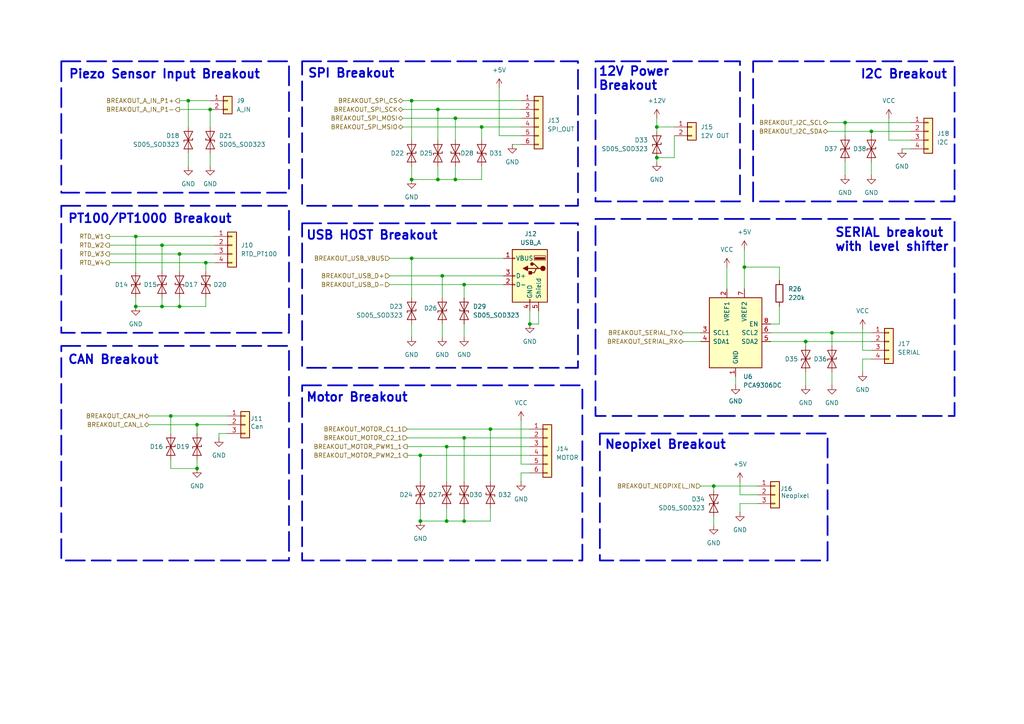
<source format=kicad_sch>
(kicad_sch (version 20231120) (generator "eeschema") (generator_version "8.0")
  (paper "A4")
  (lib_symbols
    (symbol "Connector:USB_A" (pin_names (offset 1.016))
      (property "Reference" "J" (at -5.08 11.43 0))
      (property "Value" "USB_A" (at -5.08 8.89 0))
      (symbol "USB_A_0_1"
        (rectangle (start -5.08 -7.62) (end 5.08 7.62) (stroke (width 0.254)) (fill (type background)))
        (circle (center -3.81 2.159) (radius 0.635) (stroke (width 0.254)) (fill (type outline)))
        (rectangle (start -1.524 4.826) (end -4.318 5.334) (fill (type outline)))
        (rectangle (start -1.27 4.572) (end -4.572 5.842))
        (circle (center -0.635 3.429) (radius 0.381) (stroke (width 0.254)) (fill (type outline)))
        (rectangle (start -0.127 -7.62) (end 0.127 -6.858))
        (polyline (pts (xy -3.175 2.159) (xy -2.54 2.159) (xy -1.27 3.429) (xy -0.635 3.429)) (stroke (width 0.254)))
        (polyline (pts (xy -2.54 2.159) (xy -1.905 2.159) (xy -1.27 0.889) (xy 0 0.889)) (stroke (width 0.254)))
        (polyline (pts (xy 0.635 2.794) (xy 0.635 1.524) (xy 1.905 2.159) (xy 0.635 2.794)) (stroke (width 0.254)) (fill (type outline)))
        (rectangle (start 0.254 1.27) (end -0.508 0.508) (stroke (width 0.254)) (fill (type outline)))
        (rectangle (start 5.08 -2.667) (end 4.318 -2.413))
        (rectangle (start 5.08 -0.127) (end 4.318 0.127))
        (rectangle (start 5.08 4.953) (end 4.318 5.207))
      )
      (symbol "USB_A_1_1"
        (polyline (pts (xy -1.905 2.159) (xy 0.635 2.159)) (stroke (width 0.254)))
        (pin power_in line (at 7.62 5.08 180) (length 2.54) (name "VBUS") (number "1"))
        (pin bidirectional line (at 7.62 -2.54 180) (length 2.54) (name "D-") (number "2"))
        (pin bidirectional line (at 7.62 0 180) (length 2.54) (name "D+") (number "3"))
        (pin power_in line (at 0 -10.16 90) (length 2.54) (name "GND") (number "4"))
        (pin passive line (at -2.54 -10.16 90) (length 2.54) (name "Shield") (number "5"))
      )
    )
    (symbol "Connector_Generic:Conn_01x02" (pin_names (offset 1.016) hide)
      (property "Reference" "J" (at 0 2.54 0))
      (property "Value" "Conn_01x02" (at 0 -5.08 0))
      (symbol "Conn_01x02_1_1"
        (rectangle (start -1.27 -2.413) (end 0 -2.667) (stroke (width 0.1524)))
        (rectangle (start -1.27 0.127) (end 0 -0.127) (stroke (width 0.1524)))
        (rectangle (start -1.27 1.27) (end 1.27 -3.81) (stroke (width 0.254)) (fill (type background)))
        (pin passive line (at -5.08 0 0) (length 3.81) (name "Pin_1") (number "1"))
        (pin passive line (at -5.08 -2.54 0) (length 3.81) (name "Pin_2") (number "2"))
      )
    )
    (symbol "Connector_Generic:Conn_01x03" (pin_names (offset 1.016) hide)
      (property "Reference" "J" (at 0 5.08 0))
      (property "Value" "Conn_01x03" (at 0 -5.08 0))
      (symbol "Conn_01x03_1_1"
        (rectangle (start -1.27 -2.413) (end 0 -2.667) (stroke (width 0.1524)))
        (rectangle (start -1.27 0.127) (end 0 -0.127) (stroke (width 0.1524)))
        (rectangle (start -1.27 2.667) (end 0 2.413) (stroke (width 0.1524)))
        (rectangle (start -1.27 3.81) (end 1.27 -3.81) (stroke (width 0.254)) (fill (type background)))
        (pin passive line (at -5.08 2.54 0) (length 3.81) (name "Pin_1") (number "1"))
        (pin passive line (at -5.08 0 0) (length 3.81) (name "Pin_2") (number "2"))
        (pin passive line (at -5.08 -2.54 0) (length 3.81) (name "Pin_3") (number "3"))
      )
    )
    (symbol "Connector_Generic:Conn_01x04" (pin_names (offset 1.016) hide)
      (property "Reference" "J" (at 0 5.08 0))
      (property "Value" "Conn_01x04" (at 0 -7.62 0))
      (symbol "Conn_01x04_1_1"
        (rectangle (start -1.27 -4.953) (end 0 -5.207) (stroke (width 0.1524)))
        (rectangle (start -1.27 -2.413) (end 0 -2.667) (stroke (width 0.1524)))
        (rectangle (start -1.27 0.127) (end 0 -0.127) (stroke (width 0.1524)))
        (rectangle (start -1.27 2.667) (end 0 2.413) (stroke (width 0.1524)))
        (rectangle (start -1.27 3.81) (end 1.27 -6.35) (stroke (width 0.254)) (fill (type background)))
        (pin passive line (at -5.08 2.54 0) (length 3.81) (name "Pin_1") (number "1"))
        (pin passive line (at -5.08 0 0) (length 3.81) (name "Pin_2") (number "2"))
        (pin passive line (at -5.08 -2.54 0) (length 3.81) (name "Pin_3") (number "3"))
        (pin passive line (at -5.08 -5.08 0) (length 3.81) (name "Pin_4") (number "4"))
      )
    )
    (symbol "Connector_Generic:Conn_01x06" (pin_names (offset 1.016) hide)
      (property "Reference" "J" (at 0 7.62 0))
      (property "Value" "Conn_01x06" (at 0 -10.16 0))
      (symbol "Conn_01x06_1_1"
        (rectangle (start -1.27 -7.493) (end 0 -7.747) (stroke (width 0.1524)))
        (rectangle (start -1.27 -4.953) (end 0 -5.207) (stroke (width 0.1524)))
        (rectangle (start -1.27 -2.413) (end 0 -2.667) (stroke (width 0.1524)))
        (rectangle (start -1.27 0.127) (end 0 -0.127) (stroke (width 0.1524)))
        (rectangle (start -1.27 2.667) (end 0 2.413) (stroke (width 0.1524)))
        (rectangle (start -1.27 5.207) (end 0 4.953) (stroke (width 0.1524)))
        (rectangle (start -1.27 6.35) (end 1.27 -8.89) (stroke (width 0.254)) (fill (type background)))
        (pin passive line (at -5.08 5.08 0) (length 3.81) (name "Pin_1") (number "1"))
        (pin passive line (at -5.08 2.54 0) (length 3.81) (name "Pin_2") (number "2"))
        (pin passive line (at -5.08 0 0) (length 3.81) (name "Pin_3") (number "3"))
        (pin passive line (at -5.08 -2.54 0) (length 3.81) (name "Pin_4") (number "4"))
        (pin passive line (at -5.08 -5.08 0) (length 3.81) (name "Pin_5") (number "5"))
        (pin passive line (at -5.08 -7.62 0) (length 3.81) (name "Pin_6") (number "6"))
      )
    )
    (symbol "Device:R" (pin_numbers hide) (pin_names (offset 0))
      (property "Reference" "R" (at 2.032 0 90))
      (property "Value" "R" (at 0 0 90))
      (symbol "R_0_1"
        (rectangle (start -1.016 -2.54) (end 1.016 2.54) (stroke (width 0.254)))
      )
      (symbol "R_1_1"
        (pin passive line (at 0 3.81 270) (length 1.27) (name "~") (number "1"))
        (pin passive line (at 0 -3.81 90) (length 1.27) (name "~") (number "2"))
      )
    )
    (symbol "Diode:SD05_SOD323" (pin_numbers hide) (pin_names (offset 1.016) hide)
      (property "Reference" "D" (at 0 2.54 0))
      (property "Value" "SD05_SOD323" (at 0 -2.54 0))
      (symbol "SD05_SOD323_0_1"
        (polyline (pts (xy 1.27 0) (xy -1.27 0)))
        (polyline (pts (xy -2.54 -1.27) (xy 0 0) (xy -2.54 1.27) (xy -2.54 -1.27)) (stroke (width 0.2032)))
        (polyline (pts (xy 0.508 1.27) (xy 0 1.27) (xy 0 -1.27) (xy -0.508 -1.27)) (stroke (width 0.2032)))
        (polyline (pts (xy 2.54 1.27) (xy 2.54 -1.27) (xy 0 0) (xy 2.54 1.27)) (stroke (width 0.2032)))
      )
      (symbol "SD05_SOD323_1_1"
        (pin passive line (at -3.81 0 0) (length 2.54) (name "A1") (number "1"))
        (pin passive line (at 3.81 0 180) (length 2.54) (name "A2") (number "2"))
      )
    )
    (symbol "Interface:PCA9306DC" (pin_names (offset 1.016))
      (property "Reference" "U" (at -7.62 11.43 0))
      (property "Value" "PCA9306DC" (at 3.81 11.43 0))
      (symbol "PCA9306DC_0_1"
        (rectangle (start -7.62 10.16) (end 7.62 -10.16) (stroke (width 0.254)) (fill (type background)))
      )
      (symbol "PCA9306DC_1_1"
        (pin power_in line (at 0 -12.7 90) (length 2.54) (name "GND") (number "1"))
        (pin power_in line (at -2.54 12.7 270) (length 2.54) (name "VREF1") (number "2"))
        (pin bidirectional line (at -10.16 0 0) (length 2.54) (name "SCL1") (number "3"))
        (pin bidirectional line (at -10.16 -2.54 0) (length 2.54) (name "SDA1") (number "4"))
        (pin bidirectional line (at 10.16 -2.54 180) (length 2.54) (name "SDA2") (number "5"))
        (pin bidirectional line (at 10.16 0 180) (length 2.54) (name "SCL2") (number "6"))
        (pin power_in line (at 2.54 12.7 270) (length 2.54) (name "VREF2") (number "7"))
        (pin input line (at 10.16 2.54 180) (length 2.54) (name "EN") (number "8"))
      )
    )
    (symbol "power:+12V" (power) (pin_numbers hide) (pin_names (offset 0) hide)
      (property "Value" "+12V" (at 0 3.556 0))
      (symbol "+12V_0_1"
        (polyline (pts (xy -0.762 1.27) (xy 0 2.54)))
        (polyline (pts (xy 0 0) (xy 0 2.54)))
        (polyline (pts (xy 0 2.54) (xy 0.762 1.27)))
      )
      (symbol "+12V_1_1"
        (pin power_in line (at 0 0 90) (length 0) (name "~") (number "1"))
      )
    )
    (symbol "power:+5V" (power) (pin_numbers hide) (pin_names (offset 0) hide)
      (property "Value" "+5V" (at 0 3.556 0))
      (symbol "+5V_0_1"
        (polyline (pts (xy -0.762 1.27) (xy 0 2.54)))
        (polyline (pts (xy 0 0) (xy 0 2.54)))
        (polyline (pts (xy 0 2.54) (xy 0.762 1.27)))
      )
      (symbol "+5V_1_1"
        (pin power_in line (at 0 0 90) (length 0) (name "~") (number "1"))
      )
    )
    (symbol "power:GND" (power) (pin_numbers hide) (pin_names (offset 0) hide)
      (property "Value" "GND" (at 0 -3.81 0))
      (symbol "GND_0_1"
        (polyline (pts (xy 0 0) (xy 0 -1.27) (xy 1.27 -1.27) (xy 0 -2.54) (xy -1.27 -1.27) (xy 0 -1.27)))
      )
      (symbol "GND_1_1"
        (pin power_in line (at 0 0 270) (length 0) (name "~") (number "1"))
      )
    )
    (symbol "power:VCC" (power) (pin_numbers hide) (pin_names (offset 0) hide)
      (property "Value" "VCC" (at 0 3.556 0))
      (symbol "VCC_0_1"
        (polyline (pts (xy -0.762 1.27) (xy 0 2.54)))
        (polyline (pts (xy 0 0) (xy 0 2.54)))
        (polyline (pts (xy 0 2.54) (xy 0.762 1.27)))
      )
      (symbol "VCC_1_1"
        (pin power_in line (at 0 0 90) (length 0) (name "~") (number "1"))
      )
    )
  )
  (junction (at 190.5 36.83))
  (junction (at 128.27 80.01))
  (junction (at 215.9 77.47))
  (junction (at 132.08 52.07))
  (junction (at 60.96 31.75))
  (junction (at 39.37 68.58))
  (junction (at 207.01 140.97))
  (junction (at 52.07 88.9))
  (junction (at 59.69 76.2))
  (junction (at 190.5 45.72))
  (junction (at 134.62 127))
  (junction (at 54.61 29.21))
  (junction (at 57.15 135.89))
  (junction (at 245.11 35.56))
  (junction (at 127 52.07))
  (junction (at 121.92 151.13))
  (junction (at 139.7 36.83))
  (junction (at 153.67 93.98))
  (junction (at 129.54 129.54))
  (junction (at 121.92 132.08))
  (junction (at 252.73 38.1))
  (junction (at 39.37 88.9))
  (junction (at 46.99 71.12))
  (junction (at 129.54 151.13))
  (junction (at 119.38 29.21))
  (junction (at 142.24 124.46))
  (junction (at 119.38 74.93))
  (junction (at 49.53 120.65))
  (junction (at 52.07 73.66))
  (junction (at 134.62 82.55))
  (junction (at 46.99 88.9))
  (junction (at 134.62 151.13))
  (junction (at 233.68 99.06))
  (junction (at 132.08 34.29))
  (junction (at 241.3 96.52))
  (junction (at 119.38 52.07))
  (junction (at 127 31.75))
  (junction (at 57.15 123.19))
  (wire (pts (xy 52.07 73.66) (xy 62.23 73.66)))
  (wire (pts (xy 49.53 135.89) (xy 57.15 135.89)))
  (wire (pts (xy 245.11 46.99) (xy 245.11 50.8)))
  (wire (pts (xy 151.13 137.16) (xy 151.13 139.7)))
  (wire (pts (xy 134.62 151.13) (xy 142.24 151.13)))
  (wire (pts (xy 59.69 86.36) (xy 59.69 88.9)))
  (wire (pts (xy 118.11 127) (xy 134.62 127)))
  (wire (pts (xy 119.38 29.21) (xy 151.13 29.21)))
  (wire (pts (xy 142.24 124.46) (xy 153.67 124.46)))
  (wire (pts (xy 190.5 34.29) (xy 190.5 36.83)))
  (wire (pts (xy 134.62 127) (xy 153.67 127)))
  (wire (pts (xy 142.24 147.32) (xy 142.24 151.13)))
  (wire (pts (xy 233.68 99.06) (xy 252.73 99.06)))
  (wire (pts (xy 134.62 82.55) (xy 146.05 82.55)))
  (wire (pts (xy 128.27 80.01) (xy 146.05 80.01)))
  (wire (pts (xy 132.08 48.26) (xy 132.08 52.07)))
  (wire (pts (xy 153.67 90.17) (xy 153.67 93.98)))
  (wire (pts (xy 49.53 120.65) (xy 49.53 125.73)))
  (wire (pts (xy 213.36 109.22) (xy 213.36 111.76)))
  (wire (pts (xy 144.78 39.37) (xy 151.13 39.37)))
  (wire (pts (xy 190.5 38.1) (xy 190.5 36.83)))
  (wire (pts (xy 39.37 68.58) (xy 62.23 68.58)))
  (wire (pts (xy 245.11 35.56) (xy 264.16 35.56)))
  (wire (pts (xy 207.01 140.97) (xy 207.01 142.24)))
  (wire (pts (xy 59.69 76.2) (xy 62.23 76.2)))
  (wire (pts (xy 240.03 38.1) (xy 252.73 38.1)))
  (wire (pts (xy 190.5 36.83) (xy 195.58 36.83)))
  (wire (pts (xy 119.38 74.93) (xy 146.05 74.93)))
  (wire (pts (xy 129.54 129.54) (xy 153.67 129.54)))
  (wire (pts (xy 60.96 31.75) (xy 60.96 36.83)))
  (wire (pts (xy 31.75 76.2) (xy 59.69 76.2)))
  (wire (pts (xy 241.3 96.52) (xy 241.3 100.33)))
  (wire (pts (xy 148.59 41.91) (xy 151.13 41.91)))
  (wire (pts (xy 121.92 132.08) (xy 121.92 139.7)))
  (wire (pts (xy 153.67 137.16) (xy 151.13 137.16)))
  (wire (pts (xy 57.15 123.19) (xy 66.04 123.19)))
  (wire (pts (xy 132.08 34.29) (xy 132.08 40.64)))
  (wire (pts (xy 39.37 88.9) (xy 46.99 88.9)))
  (wire (pts (xy 240.03 35.56) (xy 245.11 35.56)))
  (wire (pts (xy 153.67 134.62) (xy 151.13 134.62)))
  (wire (pts (xy 52.07 73.66) (xy 52.07 78.74)))
  (wire (pts (xy 39.37 86.36) (xy 39.37 88.9)))
  (wire (pts (xy 132.08 52.07) (xy 139.7 52.07)))
  (wire (pts (xy 156.21 93.98) (xy 153.67 93.98)))
  (wire (pts (xy 116.84 34.29) (xy 132.08 34.29)))
  (wire (pts (xy 207.01 140.97) (xy 219.71 140.97)))
  (wire (pts (xy 54.61 29.21) (xy 54.61 36.83)))
  (wire (pts (xy 118.11 129.54) (xy 129.54 129.54)))
  (wire (pts (xy 129.54 129.54) (xy 129.54 139.7)))
  (wire (pts (xy 233.68 107.95) (xy 233.68 111.76)))
  (wire (pts (xy 39.37 68.58) (xy 39.37 78.74)))
  (wire (pts (xy 210.82 83.82) (xy 210.82 77.47)))
  (wire (pts (xy 121.92 132.08) (xy 153.67 132.08)))
  (wire (pts (xy 223.52 96.52) (xy 241.3 96.52)))
  (wire (pts (xy 257.81 34.29) (xy 257.81 40.64)))
  (wire (pts (xy 63.5 125.73) (xy 63.5 127)))
  (wire (pts (xy 226.06 93.98) (xy 226.06 88.9)))
  (wire (pts (xy 119.38 29.21) (xy 119.38 40.64)))
  (wire (pts (xy 132.08 34.29) (xy 151.13 34.29)))
  (wire (pts (xy 134.62 82.55) (xy 134.62 86.36)))
  (wire (pts (xy 252.73 38.1) (xy 252.73 39.37)))
  (wire (pts (xy 46.99 88.9) (xy 52.07 88.9)))
  (wire (pts (xy 118.11 124.46) (xy 142.24 124.46)))
  (wire (pts (xy 195.58 39.37) (xy 195.58 45.72)))
  (wire (pts (xy 252.73 46.99) (xy 252.73 50.8)))
  (wire (pts (xy 245.11 35.56) (xy 245.11 39.37)))
  (wire (pts (xy 215.9 83.82) (xy 215.9 77.47)))
  (wire (pts (xy 139.7 36.83) (xy 139.7 40.64)))
  (wire (pts (xy 129.54 151.13) (xy 134.62 151.13)))
  (wire (pts (xy 43.18 123.19) (xy 57.15 123.19)))
  (wire (pts (xy 60.96 44.45) (xy 60.96 48.26)))
  (wire (pts (xy 215.9 72.39) (xy 215.9 77.47)))
  (wire (pts (xy 198.12 99.06) (xy 203.2 99.06)))
  (wire (pts (xy 128.27 80.01) (xy 128.27 86.36)))
  (wire (pts (xy 198.12 96.52) (xy 203.2 96.52)))
  (wire (pts (xy 31.75 68.58) (xy 39.37 68.58)))
  (wire (pts (xy 226.06 77.47) (xy 226.06 81.28)))
  (wire (pts (xy 134.62 127) (xy 134.62 139.7)))
  (wire (pts (xy 119.38 93.98) (xy 119.38 97.79)))
  (wire (pts (xy 257.81 40.64) (xy 264.16 40.64)))
  (wire (pts (xy 233.68 99.06) (xy 233.68 100.33)))
  (wire (pts (xy 54.61 44.45) (xy 54.61 48.26)))
  (wire (pts (xy 127 52.07) (xy 132.08 52.07)))
  (wire (pts (xy 52.07 86.36) (xy 52.07 88.9)))
  (wire (pts (xy 252.73 38.1) (xy 264.16 38.1)))
  (wire (pts (xy 119.38 48.26) (xy 119.38 52.07)))
  (wire (pts (xy 116.84 36.83) (xy 139.7 36.83)))
  (wire (pts (xy 139.7 36.83) (xy 151.13 36.83)))
  (wire (pts (xy 49.53 120.65) (xy 66.04 120.65)))
  (wire (pts (xy 214.63 143.51) (xy 219.71 143.51)))
  (wire (pts (xy 261.62 43.18) (xy 264.16 43.18)))
  (wire (pts (xy 54.61 29.21) (xy 60.96 29.21)))
  (wire (pts (xy 113.03 82.55) (xy 134.62 82.55)))
  (wire (pts (xy 43.18 120.65) (xy 49.53 120.65)))
  (wire (pts (xy 129.54 147.32) (xy 129.54 151.13)))
  (wire (pts (xy 119.38 74.93) (xy 119.38 86.36)))
  (wire (pts (xy 49.53 133.35) (xy 49.53 135.89)))
  (wire (pts (xy 252.73 104.14) (xy 250.19 104.14)))
  (wire (pts (xy 113.03 74.93) (xy 119.38 74.93)))
  (wire (pts (xy 31.75 71.12) (xy 46.99 71.12)))
  (wire (pts (xy 215.9 77.47) (xy 226.06 77.47)))
  (wire (pts (xy 52.07 31.75) (xy 60.96 31.75)))
  (wire (pts (xy 241.3 96.52) (xy 252.73 96.52)))
  (wire (pts (xy 190.5 45.72) (xy 190.5 46.99)))
  (wire (pts (xy 207.01 149.86) (xy 207.01 152.4)))
  (wire (pts (xy 127 31.75) (xy 151.13 31.75)))
  (wire (pts (xy 128.27 93.98) (xy 128.27 97.79)))
  (wire (pts (xy 46.99 86.36) (xy 46.99 88.9)))
  (wire (pts (xy 214.63 146.05) (xy 214.63 148.59)))
  (wire (pts (xy 223.52 99.06) (xy 233.68 99.06)))
  (wire (pts (xy 118.11 132.08) (xy 121.92 132.08)))
  (wire (pts (xy 59.69 76.2) (xy 59.69 78.74)))
  (wire (pts (xy 63.5 125.73) (xy 66.04 125.73)))
  (wire (pts (xy 119.38 52.07) (xy 127 52.07)))
  (wire (pts (xy 57.15 123.19) (xy 57.15 125.73)))
  (wire (pts (xy 223.52 93.98) (xy 226.06 93.98)))
  (wire (pts (xy 127 48.26) (xy 127 52.07)))
  (wire (pts (xy 250.19 95.25) (xy 250.19 101.6)))
  (wire (pts (xy 203.2 140.97) (xy 207.01 140.97)))
  (wire (pts (xy 31.75 73.66) (xy 52.07 73.66)))
  (wire (pts (xy 121.92 147.32) (xy 121.92 151.13)))
  (wire (pts (xy 144.78 25.4) (xy 144.78 39.37)))
  (wire (pts (xy 214.63 146.05) (xy 219.71 146.05)))
  (wire (pts (xy 52.07 29.21) (xy 54.61 29.21)))
  (wire (pts (xy 57.15 133.35) (xy 57.15 135.89)))
  (wire (pts (xy 134.62 147.32) (xy 134.62 151.13)))
  (wire (pts (xy 121.92 151.13) (xy 129.54 151.13)))
  (wire (pts (xy 46.99 71.12) (xy 46.99 78.74)))
  (wire (pts (xy 142.24 124.46) (xy 142.24 139.7)))
  (wire (pts (xy 250.19 104.14) (xy 250.19 107.95)))
  (wire (pts (xy 151.13 121.92) (xy 151.13 134.62)))
  (wire (pts (xy 214.63 139.7) (xy 214.63 143.51)))
  (wire (pts (xy 241.3 107.95) (xy 241.3 111.76)))
  (wire (pts (xy 116.84 29.21) (xy 119.38 29.21)))
  (wire (pts (xy 252.73 101.6) (xy 250.19 101.6)))
  (wire (pts (xy 127 31.75) (xy 127 40.64)))
  (wire (pts (xy 113.03 80.01) (xy 128.27 80.01)))
  (wire (pts (xy 52.07 88.9) (xy 59.69 88.9)))
  (wire (pts (xy 156.21 90.17) (xy 156.21 93.98)))
  (wire (pts (xy 46.99 71.12) (xy 62.23 71.12)))
  (wire (pts (xy 195.58 45.72) (xy 190.5 45.72)))
  (wire (pts (xy 139.7 48.26) (xy 139.7 52.07)))
  (wire (pts (xy 116.84 31.75) (xy 127 31.75)))
  (wire (pts (xy 134.62 93.98) (xy 134.62 97.79)))
  (rectangle (start 17.78 100.33) (end 83.82 162.56) (stroke (width 0.5) (type dash)))
  (rectangle (start 87.63 64.77) (end 167.64 106.68) (stroke (width 0.5) (type dash)))
  (rectangle (start 173.99 125.73) (end 240.03 162.56) (stroke (width 0.5) (type dash)))
  (rectangle (start 17.78 17.78) (end 83.82 55.88) (stroke (width 0.5) (type dash)))
  (rectangle (start 17.78 59.69) (end 83.82 96.52) (stroke (width 0.5) (type dash)))
  (rectangle (start 218.44 17.78) (end 276.86 58.42) (stroke (width 0.5) (type dash)))
  (rectangle (start 172.72 63.5) (end 276.86 120.65) (stroke (width 0.5) (type dash)))
  (rectangle (start 172.72 17.78) (end 214.63 58.42) (stroke (width 0.5) (type dash)))
  (rectangle (start 87.63 111.76) (end 168.91 162.56) (stroke (width 0.5) (type dash)))
  (rectangle (start 87.63 17.78) (end 167.64 59.69) (stroke (width 0.5) (type dash)))
  (text "I2C Breakout\n" (at 249.428 23.114 0) (effects (font (size 2.54 2.54) (thickness 0.508) (bold yes)) (justify left bottom)))
  (text "12V Power\nBreakout" (at 173.482 26.416 0) (effects (font (size 2.54 2.54) (thickness 0.508) (bold yes)) (justify left bottom)))
  (text "SPI Breakout\n" (at 89.154 22.86 0) (effects (font (size 2.54 2.54) (thickness 0.508) (bold yes)) (justify left bottom)))
  (text "PT100/PT1000 Breakout" (at 19.558 65.024 0) (effects (font (size 2.54 2.54) (thickness 0.508) (bold yes)) (justify left bottom)))
  (text "CAN Breakout\n" (at 19.558 105.918 0) (effects (font (size 2.54 2.54) (thickness 0.508) (bold yes)) (justify left bottom)))
  (text "Piezo Sensor Input Breakout\n" (at 19.812 23.114 0) (effects (font (size 2.54 2.54) (thickness 0.508) (bold yes)) (justify left bottom)))
  (text "Motor Breakout\n" (at 88.646 116.84 0) (effects (font (size 2.54 2.54) (thickness 0.508) (bold yes)) (justify left bottom)))
  (text "Neopixel Breakout\n" (at 175.26 130.556 0) (effects (font (size 2.54 2.54) (thickness 0.508) (bold yes)) (justify left bottom)))
  (text "USB HOST Breakout\n" (at 88.646 69.85 0) (effects (font (size 2.54 2.54) (thickness 0.508) (bold yes)) (justify left bottom)))
  (text "SERIAL breakout\nwith level shifter\n" (at 242.062 73.152 0) (effects (font (size 2.54 2.54) (thickness 0.508) (bold yes)) (justify left bottom)))
  (hierarchical_label "RTD_W4" (shape output) (at 31.75 76.2 180))
  (hierarchical_label "BREAKOUT_I2C_SDA" (shape bidirectional) (at 240.03 38.1 180))
  (hierarchical_label "BREAKOUT_NEOPIXEL_IN" (shape input) (at 203.2 140.97 180))
  (hierarchical_label "BREAKOUT_USB_VBUS" (shape input) (at 113.03 74.93 180))
  (hierarchical_label "BREAKOUT_CAN_H" (shape bidirectional) (at 43.18 120.65 180))
  (hierarchical_label "BREAKOUT_A_IN_P1+" (shape output) (at 52.07 29.21 180))
  (hierarchical_label "BREAKOUT_SPI_SCK" (shape bidirectional) (at 116.84 31.75 180))
  (hierarchical_label "RTD_W1" (shape output) (at 31.75 68.58 180))
  (hierarchical_label "BREAKOUT_I2C_SCL" (shape bidirectional) (at 240.03 35.56 180))
  (hierarchical_label "BREAKOUT_SPI_CS" (shape bidirectional) (at 116.84 29.21 180))
  (hierarchical_label "BREAKOUT_CAN_L" (shape bidirectional) (at 43.18 123.19 180))
  (hierarchical_label "BREAKOUT_MOTOR_C1_1" (shape input) (at 118.11 124.46 180))
  (hierarchical_label "RTD_W2" (shape output) (at 31.75 71.12 180))
  (hierarchical_label "BREAKOUT_SERIAL_RX" (shape bidirectional) (at 198.12 99.06 180))
  (hierarchical_label "RTD_W3" (shape output) (at 31.75 73.66 180))
  (hierarchical_label "BREAKOUT_USB_D-" (shape input) (at 113.03 82.55 180))
  (hierarchical_label "BREAKOUT_MOTOR_PWM2_1" (shape output) (at 118.11 132.08 180))
  (hierarchical_label "BREAKOUT_SERIAL_TX" (shape bidirectional) (at 198.12 96.52 180))
  (hierarchical_label "BREAKOUT_USB_D+" (shape input) (at 113.03 80.01 180))
  (hierarchical_label "BREAKOUT_SPI_MSIO" (shape bidirectional) (at 116.84 36.83 180))
  (hierarchical_label "BREAKOUT_MOTOR_PWM1_1" (shape output) (at 118.11 129.54 180))
  (hierarchical_label "BREAKOUT_MOTOR_C2_1" (shape input) (at 118.11 127 180))
  (hierarchical_label "BREAKOUT_SPI_MOSI" (shape bidirectional) (at 116.84 34.29 180))
  (hierarchical_label "BREAKOUT_A_IN_P1-" (shape output) (at 52.07 31.75 180))
  (symbol (lib_id "power:GND") (at 214.63 148.59 0) (unit 1)
    (property "Reference" "#PWR093" (effects (hide yes)))
    (property "Value" "GND" (at 214.63 153.67 0))
    (property "Description" "Power symbol creates a global label with name \"GND\" , ground" (effects (hide yes)))
  )
  (symbol (lib_id "Diode:SD05_SOD323") (at 241.3 104.14 270) (mirror x) (unit 1)
    (property "Reference" "D36" (at 235.966 104.14 90) (effects (justify left)))
    (property "Value" "SD05_SOD323" (effects (hide yes)))
    (property "Footprint" "Diode_SMD:D_SOD-323" (effects (hide yes)))
    (property "Datasheet" "https://www.littelfuse.com/~/media/electronics/datasheets/tvs_diode_arrays/littelfuse_tvs_diode_array_sd_c_datasheet.pdf.pdf" (effects (hide yes)))
    (property "Description" "5V, 450W Discrete Bidirectional TVS Diode, SOD-323" (effects (hide yes)))
    (property "TME" "SD05.TCT " (effects (hide yes)))
  )
  (symbol (lib_id "Diode:SD05_SOD323") (at 134.62 143.51 90) (unit 1)
    (property "Reference" "D30" (at 139.954 143.51 90) (effects (justify left)))
    (property "Value" "SD05_SOD323" (effects (hide yes)))
    (property "Footprint" "Diode_SMD:D_SOD-323" (effects (hide yes)))
    (property "Datasheet" "https://www.littelfuse.com/~/media/electronics/datasheets/tvs_diode_arrays/littelfuse_tvs_diode_array_sd_c_datasheet.pdf.pdf" (effects (hide yes)))
    (property "Description" "5V, 450W Discrete Bidirectional TVS Diode, SOD-323" (effects (hide yes)))
    (property "TME" "SD05.TCT " (effects (hide yes)))
  )
  (symbol (lib_id "power:GND") (at 119.38 97.79 0) (mirror y) (unit 1)
    (property "Reference" "#PWR078" (effects (hide yes)))
    (property "Value" "GND" (at 119.38 102.87 0))
  )
  (symbol (lib_id "Diode:SD05_SOD323") (at 119.38 44.45 270) (mirror x) (unit 1)
    (property "Reference" "D22" (at 113.284 44.45 90) (effects (justify left)))
    (property "Value" "SD05_SOD323" (effects (hide yes)))
    (property "Footprint" "Diode_SMD:D_SOD-323" (effects (hide yes)))
    (property "Datasheet" "https://www.littelfuse.com/~/media/electronics/datasheets/tvs_diode_arrays/littelfuse_tvs_diode_array_sd_c_datasheet.pdf.pdf" (effects (hide yes)))
    (property "Description" "5V, 450W Discrete Bidirectional TVS Diode, SOD-323" (effects (hide yes)))
    (property "TME" "SD05.TCT " (effects (hide yes)))
  )
  (symbol (lib_id "power:VCC") (at 151.13 121.92 0) (unit 1)
    (property "Reference" "#PWR084" (effects (hide yes)))
    (property "Value" "VCC" (at 151.13 116.84 0))
    (property "Description" "Power symbol creates a global label with name \"VCC\"" (effects (hide yes)))
  )
  (symbol (lib_id "Diode:SD05_SOD323") (at 233.68 104.14 270) (mirror x) (unit 1)
    (property "Reference" "D35" (at 227.584 104.14 90) (effects (justify left)))
    (property "Value" "SD05_SOD323" (effects (hide yes)))
    (property "Footprint" "Diode_SMD:D_SOD-323" (effects (hide yes)))
    (property "Datasheet" "https://www.littelfuse.com/~/media/electronics/datasheets/tvs_diode_arrays/littelfuse_tvs_diode_array_sd_c_datasheet.pdf.pdf" (effects (hide yes)))
    (property "Description" "5V, 450W Discrete Bidirectional TVS Diode, SOD-323" (effects (hide yes)))
    (property "TME" "SD05.TCT " (effects (hide yes)))
  )
  (symbol (lib_id "Connector_Generic:Conn_01x06") (at 158.75 129.54 0) (unit 1)
    (property "Reference" "J14" (at 161.29 130.175 0) (effects (justify left)))
    (property "Value" "MOTOR" (at 161.29 132.715 0) (effects (justify left)))
    (property "Footprint" "TerminalBlock_Phoenix:TerminalBlock_Phoenix_MKDS-1,5-6-5.08_1x06_P5.08mm_Horizontal" (effects (hide yes)))
    (property "TME" "DG308-2.54-02P" (effects (hide yes)))
  )
  (symbol (lib_id "power:GND") (at 63.5 127 0) (unit 1)
    (property "Reference" "#PWR076" (effects (hide yes)))
    (property "Value" "GND" (at 63.5 132.08 0))
    (property "Description" "Power symbol creates a global label with name \"GND\" , ground" (effects (hide yes)))
  )
  (symbol (lib_id "power:GND") (at 121.92 151.13 0) (mirror y) (unit 1)
    (property "Reference" "#PWR079" (effects (hide yes)))
    (property "Value" "GND" (at 121.92 156.21 0))
  )
  (symbol (lib_id "power:GND") (at 252.73 50.8 0) (mirror y) (unit 1)
    (property "Reference" "#PWR0100" (effects (hide yes)))
    (property "Value" "GND" (at 252.73 55.88 0))
  )
  (symbol (lib_id "Connector:USB_A") (at 153.67 80.01 0) (mirror y) (unit 1)
    (property "Reference" "J12" (at 153.924 67.818 0))
    (property "Value" "USB_A" (at 153.924 70.358 0))
    (property "Footprint" "Connector_USB:USB_A_TE_292303-7_Horizontal" (effects (hide yes)))
    (property "Datasheet" " ~" (effects (hide yes)))
    (property "MOUSER" " 649-87583-0010RHLF " (effects (hide yes)))
  )
  (symbol (lib_id "Diode:SD05_SOD323") (at 52.07 82.55 90) (unit 1)
    (property "Reference" "D17" (at 57.404 82.55 90) (effects (justify left)))
    (property "Value" "SD05_SOD323" (effects (hide yes)))
    (property "Footprint" "Diode_SMD:D_SOD-323" (effects (hide yes)))
    (property "Datasheet" "https://www.littelfuse.com/~/media/electronics/datasheets/tvs_diode_arrays/littelfuse_tvs_diode_array_sd_c_datasheet.pdf.pdf" (effects (hide yes)))
    (property "Description" "5V, 450W Discrete Bidirectional TVS Diode, SOD-323" (effects (hide yes)))
    (property "TME" "SD05.TCT " (effects (hide yes)))
  )
  (symbol (lib_id "power:GND") (at 39.37 88.9 0) (mirror y) (unit 1)
    (property "Reference" "#PWR072" (effects (hide yes)))
    (property "Value" "GND" (at 39.37 93.98 0))
  )
  (symbol (lib_id "Device:R") (at 226.06 85.09 0) (unit 1)
    (property "Reference" "R26" (at 228.6 83.8199 0) (effects (justify left)))
    (property "Value" "220k" (at 228.6 86.3599 0) (effects (justify left)))
    (property "Footprint" "Resistor_SMD:R_0603_1608Metric" (effects (hide yes)))
    (property "Description" "Resistor" (effects (hide yes)))
    (property "TME" "ERJ3EKF2203V" (effects (hide yes)))
  )
  (symbol (lib_id "Diode:SD05_SOD323") (at 139.7 44.45 90) (unit 1)
    (property "Reference" "D31" (at 145.796 44.45 90) (effects (justify left)))
    (property "Value" "SD05_SOD323" (effects (hide yes)))
    (property "Footprint" "Diode_SMD:D_SOD-323" (effects (hide yes)))
    (property "Datasheet" "https://www.littelfuse.com/~/media/electronics/datasheets/tvs_diode_arrays/littelfuse_tvs_diode_array_sd_c_datasheet.pdf.pdf" (effects (hide yes)))
    (property "Description" "5V, 450W Discrete Bidirectional TVS Diode, SOD-323" (effects (hide yes)))
    (property "TME" "SD05.TCT " (effects (hide yes)))
  )
  (symbol (lib_id "power:GND") (at 245.11 50.8 0) (mirror y) (unit 1)
    (property "Reference" "#PWR097" (effects (hide yes)))
    (property "Value" "GND" (at 245.11 55.88 0))
  )
  (symbol (lib_id "power:GND") (at 151.13 139.7 0) (unit 1)
    (property "Reference" "#PWR085" (effects (hide yes)))
    (property "Value" "GND" (at 151.13 144.78 0))
    (property "Description" "Power symbol creates a global label with name \"GND\" , ground" (effects (hide yes)))
  )
  (symbol (lib_id "Diode:SD05_SOD323") (at 54.61 40.64 270) (mirror x) (unit 1)
    (property "Reference" "D18" (at 52.07 39.3699 90) (effects (justify right)))
    (property "Value" "SD05_SOD323" (at 52.07 41.9099 90) (effects (justify right)))
    (property "Footprint" "Diode_SMD:D_SOD-323" (effects (hide yes)))
    (property "Datasheet" "https://www.littelfuse.com/~/media/electronics/datasheets/tvs_diode_arrays/littelfuse_tvs_diode_array_sd_c_datasheet.pdf.pdf" (effects (hide yes)))
    (property "Description" "5V, 450W Discrete Bidirectional TVS Diode, SOD-323" (effects (hide yes)))
    (property "TME" "SD05.TCT " (effects (hide yes)))
  )
  (symbol (lib_id "Diode:SD05_SOD323") (at 128.27 90.17 270) (mirror x) (unit 1)
    (property "Reference" "D26" (at 122.936 89.408 90) (effects (justify left)))
    (property "Value" "SD05_SOD323" (effects (hide yes)))
    (property "Footprint" "Diode_SMD:D_SOD-323" (effects (hide yes)))
    (property "Datasheet" "https://www.littelfuse.com/~/media/electronics/datasheets/tvs_diode_arrays/littelfuse_tvs_diode_array_sd_c_datasheet.pdf.pdf" (effects (hide yes)))
    (property "Description" "5V, 450W Discrete Bidirectional TVS Diode, SOD-323" (effects (hide yes)))
    (property "TME" "SD05.TCT " (effects (hide yes)))
  )
  (symbol (lib_id "Diode:SD05_SOD323") (at 60.96 40.64 90) (unit 1)
    (property "Reference" "D21" (at 63.5 39.3699 90) (effects (justify right)))
    (property "Value" "SD05_SOD323" (at 63.5 41.9099 90) (effects (justify right)))
    (property "Footprint" "Diode_SMD:D_SOD-323" (effects (hide yes)))
    (property "Datasheet" "https://www.littelfuse.com/~/media/electronics/datasheets/tvs_diode_arrays/littelfuse_tvs_diode_array_sd_c_datasheet.pdf.pdf" (effects (hide yes)))
    (property "Description" "5V, 450W Discrete Bidirectional TVS Diode, SOD-323" (effects (hide yes)))
    (property "TME" "SD05.TCT " (effects (hide yes)))
  )
  (symbol (lib_id "power:GND") (at 190.5 46.99 0) (unit 1)
    (property "Reference" "#PWR088" (effects (hide yes)))
    (property "Value" "GND" (at 190.5 52.07 0))
  )
  (symbol (lib_id "Connector_Generic:Conn_01x04") (at 269.24 38.1 0) (unit 1)
    (property "Reference" "J18" (at 271.78 38.735 0) (effects (justify left)))
    (property "Value" "I2C" (at 271.78 41.275 0) (effects (justify left)))
    (property "Footprint" "TerminalBlock_Phoenix:TerminalBlock_Phoenix_MKDS-1,5-4-5.08_1x04_P5.08mm_Horizontal" (effects (hide yes)))
    (property "TME" "DG308-2.54-02P" (effects (hide yes)))
  )
  (symbol (lib_id "Diode:SD05_SOD323") (at 119.38 90.17 270) (mirror x) (unit 1)
    (property "Reference" "D23" (at 116.84 88.8999 90) (effects (justify right)))
    (property "Value" "SD05_SOD323" (at 116.84 91.4399 90) (effects (justify right)))
    (property "Footprint" "Diode_SMD:D_SOD-323" (effects (hide yes)))
    (property "Datasheet" "https://www.littelfuse.com/~/media/electronics/datasheets/tvs_diode_arrays/littelfuse_tvs_diode_array_sd_c_datasheet.pdf.pdf" (effects (hide yes)))
    (property "Description" "5V, 450W Discrete Bidirectional TVS Diode, SOD-323" (effects (hide yes)))
    (property "TME" "SD05.TCT " (effects (hide yes)))
  )
  (symbol (lib_id "power:GND") (at 153.67 93.98 0) (unit 1)
    (property "Reference" "#PWR086" (effects (hide yes)))
    (property "Value" "GND" (at 153.67 99.06 0))
    (property "Description" "Power symbol creates a global label with name \"GND\" , ground" (effects (hide yes)))
  )
  (symbol (lib_id "power:GND") (at 119.38 52.07 0) (mirror y) (unit 1)
    (property "Reference" "#PWR077" (effects (hide yes)))
    (property "Value" "GND" (at 119.38 57.15 0))
  )
  (symbol (lib_id "Connector_Generic:Conn_01x04") (at 67.31 71.12 0) (unit 1)
    (property "Reference" "J10" (at 69.85 71.1199 0) (effects (justify left)))
    (property "Value" "RTD_PT100" (at 69.85 73.6599 0) (effects (justify left)))
    (property "Footprint" "TerminalBlock_Phoenix:TerminalBlock_Phoenix_MKDS-1,5-4-5.08_1x04_P5.08mm_Horizontal" (effects (hide yes)))
    (property "TME" "DG308-2.54-02P" (effects (hide yes)))
  )
  (symbol (lib_id "Connector_Generic:Conn_01x02") (at 200.66 36.83 0) (unit 1)
    (property "Reference" "J15" (at 203.2 36.8299 0) (effects (justify left)))
    (property "Value" "12V OUT " (at 203.2 39.3699 0) (effects (justify left)))
    (property "Footprint" "TerminalBlock_Phoenix:TerminalBlock_Phoenix_MKDS-1,5-2-5.08_1x02_P5.08mm_Horizontal" (effects (hide yes)))
    (property "Description" "Generic connector, single row, 01x02, script generated (kicad-library-utils/schlib/autogen/connector/)" (effects (hide yes)))
    (property "TME" "DG308-2.54-02P" (effects (hide yes)))
  )
  (symbol (lib_id "power:GND") (at 60.96 48.26 0) (unit 1)
    (property "Reference" "#PWR075" (effects (hide yes)))
    (property "Value" "GND" (at 60.96 53.34 0))
  )
  (symbol (lib_id "power:+5V") (at 215.9 72.39 0) (unit 1)
    (property "Reference" "#PWR094" (effects (hide yes)))
    (property "Value" "+5V" (at 215.9 67.31 0))
    (property "Description" "Power symbol creates a global label with name \"+5V\"" (effects (hide yes)))
  )
  (symbol (lib_id "Diode:SD05_SOD323") (at 142.24 143.51 90) (unit 1)
    (property "Reference" "D32" (at 148.336 143.51 90) (effects (justify left)))
    (property "Value" "SD05_SOD323" (effects (hide yes)))
    (property "Footprint" "Diode_SMD:D_SOD-323" (effects (hide yes)))
    (property "Datasheet" "https://www.littelfuse.com/~/media/electronics/datasheets/tvs_diode_arrays/littelfuse_tvs_diode_array_sd_c_datasheet.pdf.pdf" (effects (hide yes)))
    (property "Description" "5V, 450W Discrete Bidirectional TVS Diode, SOD-323" (effects (hide yes)))
    (property "TME" "SD05.TCT " (effects (hide yes)))
  )
  (symbol (lib_id "Diode:SD05_SOD323") (at 134.62 90.17 90) (unit 1)
    (property "Reference" "D29" (at 137.16 88.8999 90) (effects (justify right)))
    (property "Value" "SD05_SOD323" (at 137.16 91.4399 90) (effects (justify right)))
    (property "Footprint" "Diode_SMD:D_SOD-323" (effects (hide yes)))
    (property "Datasheet" "https://www.littelfuse.com/~/media/electronics/datasheets/tvs_diode_arrays/littelfuse_tvs_diode_array_sd_c_datasheet.pdf.pdf" (effects (hide yes)))
    (property "Description" "5V, 450W Discrete Bidirectional TVS Diode, SOD-323" (effects (hide yes)))
    (property "TME" "SD05.TCT " (effects (hide yes)))
  )
  (symbol (lib_id "power:GND") (at 261.62 43.18 0) (unit 1)
    (property "Reference" "#PWR0102" (effects (hide yes)))
    (property "Value" "GND" (at 261.62 48.26 0))
    (property "Description" "Power symbol creates a global label with name \"GND\" , ground" (effects (hide yes)))
  )
  (symbol (lib_id "power:GND") (at 250.19 107.95 0) (unit 1)
    (property "Reference" "#PWR099" (effects (hide yes)))
    (property "Value" "GND" (at 250.19 113.03 0))
    (property "Description" "Power symbol creates a global label with name \"GND\" , ground" (effects (hide yes)))
  )
  (symbol (lib_id "Connector_Generic:Conn_01x03") (at 71.12 123.19 0) (unit 1)
    (property "Reference" "J11" (at 74.422 121.412 0))
    (property "Value" "Can" (at 72.644 123.698 0) (effects (justify left)))
    (property "Footprint" "TerminalBlock_Phoenix:TerminalBlock_Phoenix_MKDS-1,5-3-5.08_1x03_P5.08mm_Horizontal" (effects (hide yes)))
    (property "TME" "DG308-2.54-02P" (effects (hide yes)))
  )
  (symbol (lib_id "power:GND") (at 213.36 111.76 0) (unit 1)
    (property "Reference" "#PWR091" (effects (hide yes)))
    (property "Value" "GND" (at 213.36 116.332 0))
    (property "Description" "Power symbol creates a global label with name \"GND\" , ground" (effects (hide yes)))
  )
  (symbol (lib_id "Connector_Generic:Conn_01x02") (at 66.04 29.21 0) (unit 1)
    (property "Reference" "J9" (at 68.58 29.2099 0) (effects (justify left)))
    (property "Value" "A_IN" (at 68.58 31.7499 0) (effects (justify left)))
    (property "Footprint" "TerminalBlock_Phoenix:TerminalBlock_Phoenix_MKDS-1,5-2-5.08_1x02_P5.08mm_Horizontal" (effects (hide yes)))
    (property "Description" "Generic connector, single row, 01x02, script generated (kicad-library-utils/schlib/autogen/connector/)" (effects (hide yes)))
    (property "TME" "DG308-2.54-02P" (effects (hide yes)))
  )
  (symbol (lib_id "Diode:SD05_SOD323") (at 49.53 129.54 270) (mirror x) (unit 1)
    (property "Reference" "D16" (at 43.434 129.54 90) (effects (justify left)))
    (property "Value" "SD05_SOD323" (effects (hide yes)))
    (property "Footprint" "Diode_SMD:D_SOD-323" (effects (hide yes)))
    (property "Datasheet" "https://www.littelfuse.com/~/media/electronics/datasheets/tvs_diode_arrays/littelfuse_tvs_diode_array_sd_c_datasheet.pdf.pdf" (effects (hide yes)))
    (property "Description" "5V, 450W Discrete Bidirectional TVS Diode, SOD-323" (effects (hide yes)))
    (property "TME" "SD05.TCT " (effects (hide yes)))
  )
  (symbol (lib_id "power:VCC") (at 257.81 34.29 0) (unit 1)
    (property "Reference" "#PWR0101" (effects (hide yes)))
    (property "Value" "VCC" (at 257.81 29.21 0))
    (property "Description" "Power symbol creates a global label with name \"VCC\"" (effects (hide yes)))
  )
  (symbol (lib_id "Diode:SD05_SOD323") (at 252.73 43.18 270) (mirror x) (unit 1)
    (property "Reference" "D38" (at 247.396 43.18 90) (effects (justify left)))
    (property "Value" "SD05_SOD323" (effects (hide yes)))
    (property "Footprint" "Diode_SMD:D_SOD-323" (effects (hide yes)))
    (property "Datasheet" "https://www.littelfuse.com/~/media/electronics/datasheets/tvs_diode_arrays/littelfuse_tvs_diode_array_sd_c_datasheet.pdf.pdf" (effects (hide yes)))
    (property "Description" "5V, 450W Discrete Bidirectional TVS Diode, SOD-323" (effects (hide yes)))
    (property "TME" "SD05.TCT " (effects (hide yes)))
  )
  (symbol (lib_id "power:+5V") (at 214.63 139.7 0) (unit 1)
    (property "Reference" "#PWR092" (effects (hide yes)))
    (property "Value" "+5V" (at 214.63 134.62 0))
    (property "Description" "Power symbol creates a global label with name \"+5V\"" (effects (hide yes)))
  )
  (symbol (lib_id "Diode:SD05_SOD323") (at 46.99 82.55 270) (mirror x) (unit 1)
    (property "Reference" "D15" (at 41.656 82.55 90) (effects (justify left)))
    (property "Value" "SD05_SOD323" (effects (hide yes)))
    (property "Footprint" "Diode_SMD:D_SOD-323" (effects (hide yes)))
    (property "Datasheet" "https://www.littelfuse.com/~/media/electronics/datasheets/tvs_diode_arrays/littelfuse_tvs_diode_array_sd_c_datasheet.pdf.pdf" (effects (hide yes)))
    (property "Description" "5V, 450W Discrete Bidirectional TVS Diode, SOD-323" (effects (hide yes)))
    (property "TME" "SD05.TCT " (effects (hide yes)))
  )
  (symbol (lib_id "Diode:SD05_SOD323") (at 245.11 43.18 270) (mirror x) (unit 1)
    (property "Reference" "D37" (at 239.014 43.18 90) (effects (justify left)))
    (property "Value" "SD05_SOD323" (effects (hide yes)))
    (property "Footprint" "Diode_SMD:D_SOD-323" (effects (hide yes)))
    (property "Datasheet" "https://www.littelfuse.com/~/media/electronics/datasheets/tvs_diode_arrays/littelfuse_tvs_diode_array_sd_c_datasheet.pdf.pdf" (effects (hide yes)))
    (property "Description" "5V, 450W Discrete Bidirectional TVS Diode, SOD-323" (effects (hide yes)))
    (property "TME" "SD05.TCT " (effects (hide yes)))
  )
  (symbol (lib_id "Diode:SD05_SOD323") (at 129.54 143.51 270) (mirror x) (unit 1)
    (property "Reference" "D27" (at 124.206 143.51 90) (effects (justify left)))
    (property "Value" "SD05_SOD323" (effects (hide yes)))
    (property "Footprint" "Diode_SMD:D_SOD-323" (effects (hide yes)))
    (property "Datasheet" "https://www.littelfuse.com/~/media/electronics/datasheets/tvs_diode_arrays/littelfuse_tvs_diode_array_sd_c_datasheet.pdf.pdf" (effects (hide yes)))
    (property "Description" "5V, 450W Discrete Bidirectional TVS Diode, SOD-323" (effects (hide yes)))
    (property "TME" "SD05.TCT " (effects (hide yes)))
  )
  (symbol (lib_id "power:+12V") (at 190.5 34.29 0) (unit 1)
    (property "Reference" "#PWR087" (effects (hide yes)))
    (property "Value" "+12V" (at 190.5 29.21 0))
    (property "Description" "Power symbol creates a global label with name \"+12V\"" (effects (hide yes)))
  )
  (symbol (lib_id "power:VCC") (at 250.19 95.25 0) (unit 1)
    (property "Reference" "#PWR098" (effects (hide yes)))
    (property "Value" "VCC" (at 250.19 90.17 0))
    (property "Description" "Power symbol creates a global label with name \"VCC\"" (effects (hide yes)))
  )
  (symbol (lib_id "Diode:SD05_SOD323") (at 121.92 143.51 270) (mirror x) (unit 1)
    (property "Reference" "D24" (at 115.824 143.51 90) (effects (justify left)))
    (property "Value" "SD05_SOD323" (effects (hide yes)))
    (property "Footprint" "Diode_SMD:D_SOD-323" (effects (hide yes)))
    (property "Datasheet" "https://www.littelfuse.com/~/media/electronics/datasheets/tvs_diode_arrays/littelfuse_tvs_diode_array_sd_c_datasheet.pdf.pdf" (effects (hide yes)))
    (property "Description" "5V, 450W Discrete Bidirectional TVS Diode, SOD-323" (effects (hide yes)))
    (property "TME" "SD05.TCT " (effects (hide yes)))
  )
  (symbol (lib_id "Connector_Generic:Conn_01x06") (at 156.21 34.29 0) (unit 1)
    (property "Reference" "J13" (at 158.75 34.925 0) (effects (justify left)))
    (property "Value" "SPI_OUT" (at 158.75 37.465 0) (effects (justify left)))
    (property "Footprint" "TerminalBlock_Phoenix:TerminalBlock_Phoenix_MKDS-1,5-6-5.08_1x06_P5.08mm_Horizontal" (effects (hide yes)))
    (property "TME" "DG308-2.54-02P" (effects (hide yes)))
  )
  (symbol (lib_id "power:VCC") (at 210.82 77.47 0) (unit 1)
    (property "Reference" "#PWR090" (effects (hide yes)))
    (property "Value" "VCC" (at 210.82 72.39 0))
    (property "Description" "Power symbol creates a global label with name \"VCC\"" (effects (hide yes)))
  )
  (symbol (lib_id "Diode:SD05_SOD323") (at 39.37 82.55 270) (mirror x) (unit 1)
    (property "Reference" "D14" (at 33.274 82.55 90) (effects (justify left)))
    (property "Value" "SD05_SOD323" (effects (hide yes)))
    (property "Footprint" "Diode_SMD:D_SOD-323" (effects (hide yes)))
    (property "Datasheet" "https://www.littelfuse.com/~/media/electronics/datasheets/tvs_diode_arrays/littelfuse_tvs_diode_array_sd_c_datasheet.pdf.pdf" (effects (hide yes)))
    (property "Description" "5V, 450W Discrete Bidirectional TVS Diode, SOD-323" (effects (hide yes)))
    (property "TME" "SD05.TCT " (effects (hide yes)))
  )
  (symbol (lib_id "Diode:SD05_SOD323") (at 207.01 146.05 270) (mirror x) (unit 1)
    (property "Reference" "D34" (at 204.47 144.7799 90) (effects (justify right)))
    (property "Value" "SD05_SOD323" (at 204.47 147.3199 90) (effects (justify right)))
    (property "Footprint" "Diode_SMD:D_SOD-323" (effects (hide yes)))
    (property "Datasheet" "https://www.littelfuse.com/~/media/electronics/datasheets/tvs_diode_arrays/littelfuse_tvs_diode_array_sd_c_datasheet.pdf.pdf" (effects (hide yes)))
    (property "Description" "5V, 450W Discrete Bidirectional TVS Diode, SOD-323" (effects (hide yes)))
    (property "TME" "SD05.TCT " (effects (hide yes)))
  )
  (symbol (lib_id "Diode:SD05_SOD323") (at 132.08 44.45 90) (unit 1)
    (property "Reference" "D28" (at 137.414 44.45 90) (effects (justify left)))
    (property "Value" "SD05_SOD323" (effects (hide yes)))
    (property "Footprint" "Diode_SMD:D_SOD-323" (effects (hide yes)))
    (property "Datasheet" "https://www.littelfuse.com/~/media/electronics/datasheets/tvs_diode_arrays/littelfuse_tvs_diode_array_sd_c_datasheet.pdf.pdf" (effects (hide yes)))
    (property "Description" "5V, 450W Discrete Bidirectional TVS Diode, SOD-323" (effects (hide yes)))
    (property "TME" "SD05.TCT " (effects (hide yes)))
  )
  (symbol (lib_id "power:GND") (at 54.61 48.26 0) (mirror y) (unit 1)
    (property "Reference" "#PWR073" (effects (hide yes)))
    (property "Value" "GND" (at 54.61 53.34 0))
  )
  (symbol (lib_id "Connector_Generic:Conn_01x03") (at 224.79 143.51 0) (unit 1)
    (property "Reference" "J16" (at 228.092 141.732 0))
    (property "Value" "Neopixel" (at 230.632 143.764 0))
    (property "Footprint" "TerminalBlock_Phoenix:TerminalBlock_Phoenix_MKDS-1,5-3-5.08_1x03_P5.08mm_Horizontal" (effects (hide yes)))
    (property "TME" "DG308-2.54-02P" (effects (hide yes)))
  )
  (symbol (lib_id "Diode:SD05_SOD323") (at 127 44.45 270) (mirror x) (unit 1)
    (property "Reference" "D25" (at 121.666 44.45 90) (effects (justify left)))
    (property "Value" "SD05_SOD323" (effects (hide yes)))
    (property "Footprint" "Diode_SMD:D_SOD-323" (effects (hide yes)))
    (property "Datasheet" "https://www.littelfuse.com/~/media/electronics/datasheets/tvs_diode_arrays/littelfuse_tvs_diode_array_sd_c_datasheet.pdf.pdf" (effects (hide yes)))
    (property "Description" "5V, 450W Discrete Bidirectional TVS Diode, SOD-323" (effects (hide yes)))
    (property "TME" "SD05.TCT " (effects (hide yes)))
  )
  (symbol (lib_id "Connector_Generic:Conn_01x04") (at 257.81 99.06 0) (unit 1)
    (property "Reference" "J17" (at 260.35 99.695 0) (effects (justify left)))
    (property "Value" "SERIAL" (at 260.35 102.235 0) (effects (justify left)))
    (property "Footprint" "TerminalBlock_Phoenix:TerminalBlock_Phoenix_MKDS-1,5-4-5.08_1x04_P5.08mm_Horizontal" (effects (hide yes)))
    (property "TME" "DG308-2.54-02P" (effects (hide yes)))
  )
  (symbol (lib_id "power:GND") (at 241.3 111.76 0) (mirror y) (unit 1)
    (property "Reference" "#PWR096" (effects (hide yes)))
    (property "Value" "GND" (at 241.3 116.84 0))
  )
  (symbol (lib_id "power:GND") (at 134.62 97.79 0) (unit 1)
    (property "Reference" "#PWR081" (effects (hide yes)))
    (property "Value" "GND" (at 134.62 102.87 0))
  )
  (symbol (lib_id "power:GND") (at 207.01 152.4 0) (unit 1)
    (property "Reference" "#PWR089" (effects (hide yes)))
    (property "Value" "GND" (at 207.01 157.48 0))
  )
  (symbol (lib_id "power:GND") (at 57.15 135.89 0) (unit 1)
    (property "Reference" "#PWR074" (effects (hide yes)))
    (property "Value" "GND" (at 57.15 140.97 0))
    (property "Description" "Power symbol creates a global label with name \"GND\" , ground" (effects (hide yes)))
  )
  (symbol (lib_id "power:+5V") (at 144.78 25.4 0) (unit 1)
    (property "Reference" "#PWR082" (effects (hide yes)))
    (property "Value" "+5V" (at 144.78 20.32 0))
    (property "Description" "Power symbol creates a global label with name \"+5V\"" (effects (hide yes)))
  )
  (symbol (lib_id "Interface:PCA9306DC") (at 213.36 96.52 0) (unit 1)
    (property "Reference" "U6" (at 215.5541 109.22 0) (effects (justify left)))
    (property "Value" "PCA9306DC" (at 215.5541 111.76 0) (effects (justify left)))
    (property "Footprint" "Package_SO:VSSOP-8_2.3x2mm_P0.5mm" (effects (hide yes)))
    (property "Datasheet" "https://www.nxp.com/docs/en/data-sheet/PCA9306.pdf" (effects (hide yes)))
    (property "Description" "Dual bidirectional I2C Bus and SMBus voltage level translator, VSSOP-8, Discontinued" (effects (hide yes)))
    (property "TME" "PCA9306DCTR" (effects (hide yes)))
  )
  (symbol (lib_id "Diode:SD05_SOD323") (at 57.15 129.54 270) (mirror x) (unit 1)
    (property "Reference" "D19" (at 51.054 129.54 90) (effects (justify left)))
    (property "Value" "SD05_SOD323" (effects (hide yes)))
    (property "Footprint" "Diode_SMD:D_SOD-323" (effects (hide yes)))
    (property "Datasheet" "https://www.littelfuse.com/~/media/electronics/datasheets/tvs_diode_arrays/littelfuse_tvs_diode_array_sd_c_datasheet.pdf.pdf" (effects (hide yes)))
    (property "Description" "5V, 450W Discrete Bidirectional TVS Diode, SOD-323" (effects (hide yes)))
    (property "TME" "SD05.TCT " (effects (hide yes)))
  )
  (symbol (lib_id "power:GND") (at 233.68 111.76 0) (mirror y) (unit 1)
    (property "Reference" "#PWR095" (effects (hide yes)))
    (property "Value" "GND" (at 233.68 116.84 0))
  )
  (symbol (lib_id "Diode:SD05_SOD323") (at 59.69 82.55 90) (unit 1)
    (property "Reference" "D20" (at 65.786 82.55 90) (effects (justify left)))
    (property "Value" "SD05_SOD323" (effects (hide yes)))
    (property "Footprint" "Diode_SMD:D_SOD-323" (effects (hide yes)))
    (property "Datasheet" "https://www.littelfuse.com/~/media/electronics/datasheets/tvs_diode_arrays/littelfuse_tvs_diode_array_sd_c_datasheet.pdf.pdf" (effects (hide yes)))
    (property "Description" "5V, 450W Discrete Bidirectional TVS Diode, SOD-323" (effects (hide yes)))
    (property "TME" "SD05.TCT " (effects (hide yes)))
  )
  (symbol (lib_id "power:GND") (at 148.59 41.91 0) (unit 1)
    (property "Reference" "#PWR083" (effects (hide yes)))
    (property "Value" "GND" (at 148.59 46.99 0))
    (property "Description" "Power symbol creates a global label with name \"GND\" , ground" (effects (hide yes)))
  )
  (symbol (lib_id "power:GND") (at 128.27 97.79 0) (mirror y) (unit 1)
    (property "Reference" "#PWR080" (effects (hide yes)))
    (property "Value" "GND" (at 128.27 102.87 0))
  )
  (symbol (lib_id "Diode:SD05_SOD323") (at 190.5 41.91 270) (mirror x) (unit 1)
    (property "Reference" "D33" (at 187.96 40.6399 90) (effects (justify right)))
    (property "Value" "SD05_SOD323" (at 187.96 43.1799 90) (effects (justify right)))
    (property "Footprint" "Diode_SMD:D_SOD-323" (effects (hide yes)))
    (property "Datasheet" "https://www.littelfuse.com/~/media/electronics/datasheets/tvs_diode_arrays/littelfuse_tvs_diode_array_sd_c_datasheet.pdf.pdf" (effects (hide yes)))
    (property "Description" "5V, 450W Discrete Bidirectional TVS Diode, SOD-323" (effects (hide yes)))
    (property "TME" "SD05.TCT " (effects (hide yes)))
  )
)
</source>
